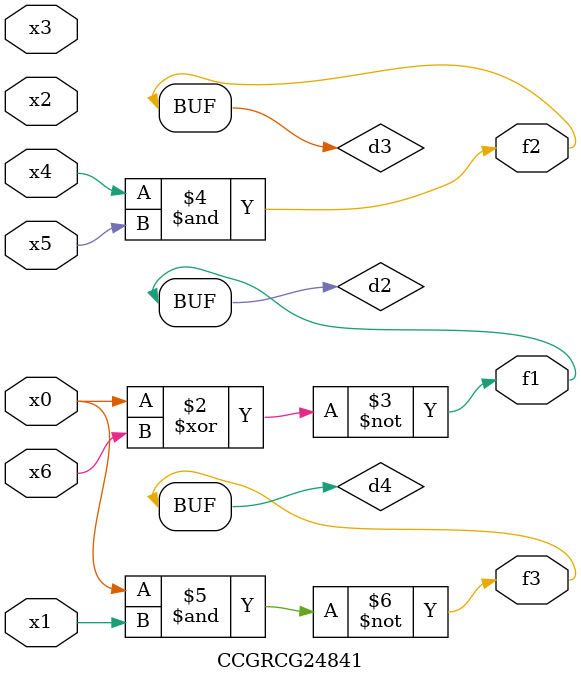
<source format=v>
module CCGRCG24841(
	input x0, x1, x2, x3, x4, x5, x6,
	output f1, f2, f3
);

	wire d1, d2, d3, d4;

	nor (d1, x0);
	xnor (d2, x0, x6);
	and (d3, x4, x5);
	nand (d4, x0, x1);
	assign f1 = d2;
	assign f2 = d3;
	assign f3 = d4;
endmodule

</source>
